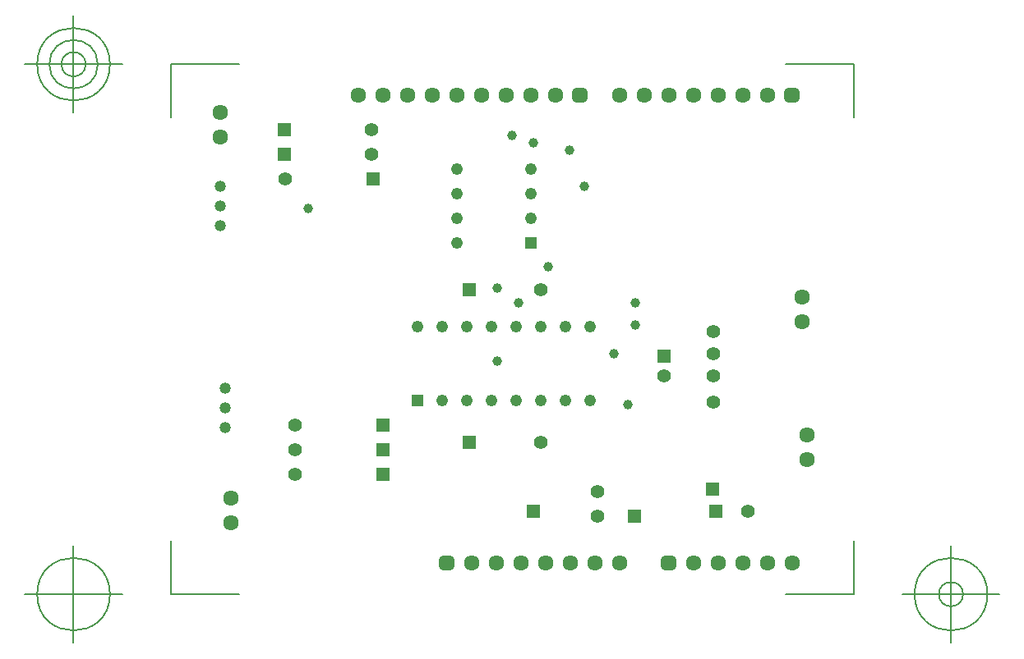
<source format=gbr>
G04 Generated by Ultiboard 13.0 *
%FSLAX34Y34*%
%MOMM*%

%ADD10C,0.0001*%
%ADD11C,0.1270*%
%ADD12C,1.1852*%
%ADD13C,1.6088*%
%ADD14R,0.5291X0.5291*%
%ADD15C,0.9949*%
%ADD16C,1.4224*%
%ADD17C,1.4000*%
%ADD18R,1.4000X1.4000*%
%ADD19C,1.2446*%
%ADD20R,1.2446X1.2446*%
%ADD21C,1.0000*%


G04 ColorRGB FF00CC for the following layer *
%LNSolder Mask Top*%
%LPD*%
G54D10*
G54D11*
X391160Y217001D02*
X391160Y271674D01*
X391160Y217001D02*
X461556Y217001D01*
X1095121Y217001D02*
X1024725Y217001D01*
X1095121Y217001D02*
X1095121Y271674D01*
X1095121Y763735D02*
X1095121Y709062D01*
X1095121Y763735D02*
X1024725Y763735D01*
X391160Y763735D02*
X461556Y763735D01*
X391160Y763735D02*
X391160Y709062D01*
X341160Y217001D02*
X241160Y217001D01*
X291160Y167001D02*
X291160Y267001D01*
X253660Y217001D02*
G75*
D01*
G02X253660Y217001I37500J0*
G01*
X1145121Y217001D02*
X1245121Y217001D01*
X1195121Y167001D02*
X1195121Y267001D01*
X1157621Y217001D02*
G75*
D01*
G02X1157621Y217001I37500J0*
G01*
X1182621Y217001D02*
G75*
D01*
G02X1182621Y217001I12500J0*
G01*
X341160Y763735D02*
X241160Y763735D01*
X291160Y713735D02*
X291160Y813735D01*
X253660Y763735D02*
G75*
D01*
G02X253660Y763735I37500J0*
G01*
X266160Y763735D02*
G75*
D01*
G02X266160Y763735I25000J0*
G01*
X278660Y763735D02*
G75*
D01*
G02X278660Y763735I12500J0*
G01*
G54D12*
X441960Y637540D03*
X441960Y596900D03*
X441960Y617220D03*
X447040Y388620D03*
X447040Y429260D03*
X447040Y408940D03*
G54D13*
X453242Y290682D03*
X453242Y316082D03*
X853440Y731520D03*
X980440Y731520D03*
X1005840Y731520D03*
X955040Y731520D03*
X904240Y731520D03*
X929640Y731520D03*
X878840Y731520D03*
X736600Y731520D03*
X762000Y731520D03*
X787400Y731520D03*
X685800Y731520D03*
X711200Y731520D03*
X660400Y731520D03*
X609600Y731520D03*
X635000Y731520D03*
X584200Y731520D03*
X853440Y248920D03*
X726440Y248920D03*
X701040Y248920D03*
X751840Y248920D03*
X802640Y248920D03*
X777240Y248920D03*
X828040Y248920D03*
X929640Y248920D03*
X955040Y248920D03*
X1005840Y248920D03*
X980440Y248920D03*
X1031240Y248920D03*
X1041400Y523240D03*
X1041400Y497840D03*
X1046480Y355600D03*
X1046480Y381000D03*
X441960Y714036D03*
X441960Y688636D03*
G54D14*
X1031240Y731520D03*
X812800Y731520D03*
X675640Y248920D03*
X904240Y248920D03*
G54D15*
X1028595Y728875D02*
X1033885Y728875D01*
X1033885Y734165D01*
X1028595Y734165D01*
X1028595Y728875D01*D02*
X810155Y728875D02*
X815445Y728875D01*
X815445Y734165D01*
X810155Y734165D01*
X810155Y728875D01*D02*
X672995Y246275D02*
X678285Y246275D01*
X678285Y251565D01*
X672995Y251565D01*
X672995Y246275D01*D02*
X901595Y246275D02*
X906885Y246275D01*
X906885Y251565D01*
X901595Y251565D01*
X901595Y246275D01*D02*
G54D16*
X949960Y487680D03*
X949960Y464780D03*
X949960Y441880D03*
G54D17*
X519600Y365760D03*
X519600Y340360D03*
X598000Y670560D03*
X509440Y645160D03*
X598000Y695960D03*
X772160Y530860D03*
X772160Y373380D03*
X949960Y415120D03*
X830580Y297180D03*
X830580Y322580D03*
X985520Y302260D03*
X519600Y391160D03*
X899160Y441960D03*
G54D18*
X609600Y365660D03*
X609600Y340260D03*
X508000Y670660D03*
X599440Y645060D03*
X508000Y696060D03*
X698500Y530860D03*
X698500Y373380D03*
X949860Y325120D03*
X868680Y297180D03*
X899880Y462900D03*
X952500Y302260D03*
X609600Y391060D03*
X764540Y302260D03*
G54D19*
X685800Y579120D03*
X762000Y604520D03*
X762000Y655320D03*
X762000Y629920D03*
X685800Y655320D03*
X685800Y604520D03*
X685800Y629920D03*
X645160Y492760D03*
X695960Y416560D03*
X670560Y416560D03*
X721360Y416560D03*
X772160Y416560D03*
X746760Y416560D03*
X797560Y416560D03*
X822960Y416560D03*
X797560Y492760D03*
X721360Y492760D03*
X695960Y492760D03*
X670560Y492760D03*
X772160Y492760D03*
X746760Y492760D03*
X822960Y492760D03*
G54D20*
X762000Y579120D03*
X645160Y416560D03*
G54D21*
X870000Y517500D03*
X750000Y517500D03*
X532500Y615000D03*
X780000Y555000D03*
X870000Y495000D03*
X765000Y682500D03*
X802500Y675000D03*
X847500Y465000D03*
X727500Y457500D03*
X727500Y532500D03*
X817500Y637500D03*
X742500Y690000D03*
X862500Y412500D03*

M02*

</source>
